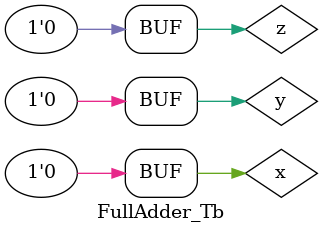
<source format=v>
`timescale 1ns/1ps
module FulAdder(x,y,z,S,C);
	input wire x,y,z;
	output reg S,C;

always @(x or y or z)
	{C, S} = x + y + z;
endmodule

module FullAdder_Tb;
reg x,y,z;
wire S,C;

initial begin
	#0 x = 1'b0;
end

initial begin
	#0 y = 1'b0;
end

initial begin
	#0 z = 1'b0;
end

FullAdder U0(.x(x), .y(y), .z(z), .S(S), .C(C));

endmodule



</source>
